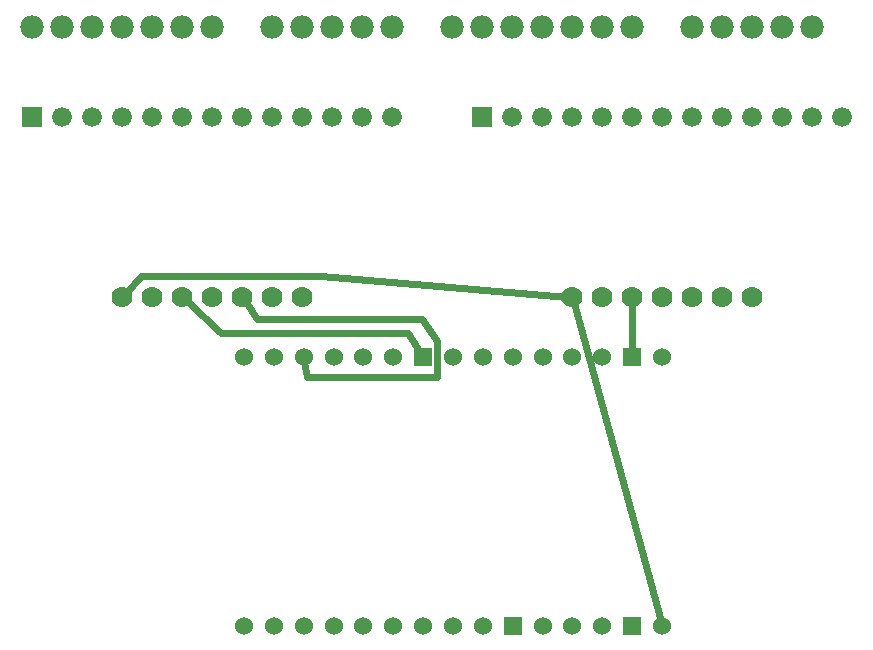
<source format=gbl>
G04 MADE WITH FRITZING*
G04 WWW.FRITZING.ORG*
G04 DOUBLE SIDED*
G04 HOLES PLATED*
G04 CONTOUR ON CENTER OF CONTOUR VECTOR*
%ASAXBY*%
%FSLAX23Y23*%
%MOIN*%
%OFA0B0*%
%SFA1.0B1.0*%
%ADD10C,0.060000*%
%ADD11C,0.078000*%
%ADD12C,0.066000*%
%ADD13C,0.070000*%
%ADD14R,0.060028X0.060014*%
%ADD15R,0.060028X0.060000*%
%ADD16R,0.066000X0.066000*%
%ADD17C,0.024000*%
%LNCOPPER0*%
G90*
G70*
G54D10*
X2418Y129D03*
X2318Y129D03*
X2219Y129D03*
X2119Y129D03*
X2020Y129D03*
X1920Y129D03*
X1820Y129D03*
X1721Y129D03*
X1621Y129D03*
X1522Y129D03*
X1422Y129D03*
X1323Y129D03*
X1223Y129D03*
X1123Y129D03*
X1024Y129D03*
X1024Y1023D03*
X1123Y1023D03*
X1223Y1023D03*
X1323Y1023D03*
X1422Y1023D03*
X1522Y1023D03*
X1621Y1023D03*
X1721Y1023D03*
X1820Y1023D03*
X1920Y1023D03*
X2020Y1023D03*
X2119Y1023D03*
X2219Y1023D03*
X2318Y1023D03*
X2418Y1023D03*
G54D11*
X1519Y2123D03*
X1419Y2123D03*
X1319Y2123D03*
X1219Y2123D03*
X1119Y2123D03*
X919Y2123D03*
X819Y2123D03*
X719Y2123D03*
X619Y2123D03*
X519Y2123D03*
X419Y2123D03*
X319Y2123D03*
X2919Y2123D03*
X2819Y2123D03*
X2719Y2123D03*
X2619Y2123D03*
X2519Y2123D03*
X2319Y2123D03*
X2219Y2123D03*
X2119Y2123D03*
X2019Y2123D03*
X1919Y2123D03*
X1819Y2123D03*
X1719Y2123D03*
G54D12*
X319Y1823D03*
X419Y1823D03*
X519Y1823D03*
X619Y1823D03*
X719Y1823D03*
X819Y1823D03*
X919Y1823D03*
X1019Y1823D03*
X1119Y1823D03*
X1219Y1823D03*
X1319Y1823D03*
X1419Y1823D03*
X1519Y1823D03*
G54D13*
X1219Y1223D03*
X1119Y1223D03*
X1019Y1223D03*
X919Y1223D03*
X819Y1223D03*
X719Y1223D03*
X619Y1223D03*
G54D12*
X1819Y1823D03*
X1919Y1823D03*
X2019Y1823D03*
X2119Y1823D03*
X2219Y1823D03*
X2319Y1823D03*
X2419Y1823D03*
X2519Y1823D03*
X2619Y1823D03*
X2719Y1823D03*
X2819Y1823D03*
X2919Y1823D03*
X3019Y1823D03*
G54D13*
X2719Y1223D03*
X2619Y1223D03*
X2519Y1223D03*
X2419Y1223D03*
X2319Y1223D03*
X2219Y1223D03*
X2119Y1223D03*
G54D14*
X2318Y129D03*
X1920Y129D03*
G54D15*
X1621Y1023D03*
X2318Y1023D03*
G54D16*
X319Y1823D03*
X1819Y1823D03*
G54D17*
X2319Y1204D02*
X2318Y1037D01*
D02*
X833Y1210D02*
X946Y1103D01*
D02*
X946Y1103D02*
X1570Y1103D01*
D02*
X1570Y1103D02*
X1620Y1023D01*
D02*
X1620Y1023D02*
X1608Y1020D01*
D02*
X2414Y143D02*
X2124Y1204D01*
D02*
X632Y1238D02*
X682Y1295D01*
D02*
X682Y1295D02*
X1282Y1295D01*
D02*
X1282Y1295D02*
X2100Y1225D01*
D02*
X1030Y1207D02*
X1066Y1151D01*
D02*
X1066Y1151D02*
X1618Y1151D01*
D02*
X1618Y1151D02*
X1666Y1079D01*
D02*
X1666Y1079D02*
X1666Y959D01*
D02*
X1666Y959D02*
X1234Y959D01*
D02*
X1234Y959D02*
X1225Y1009D01*
G04 End of Copper0*
M02*
</source>
